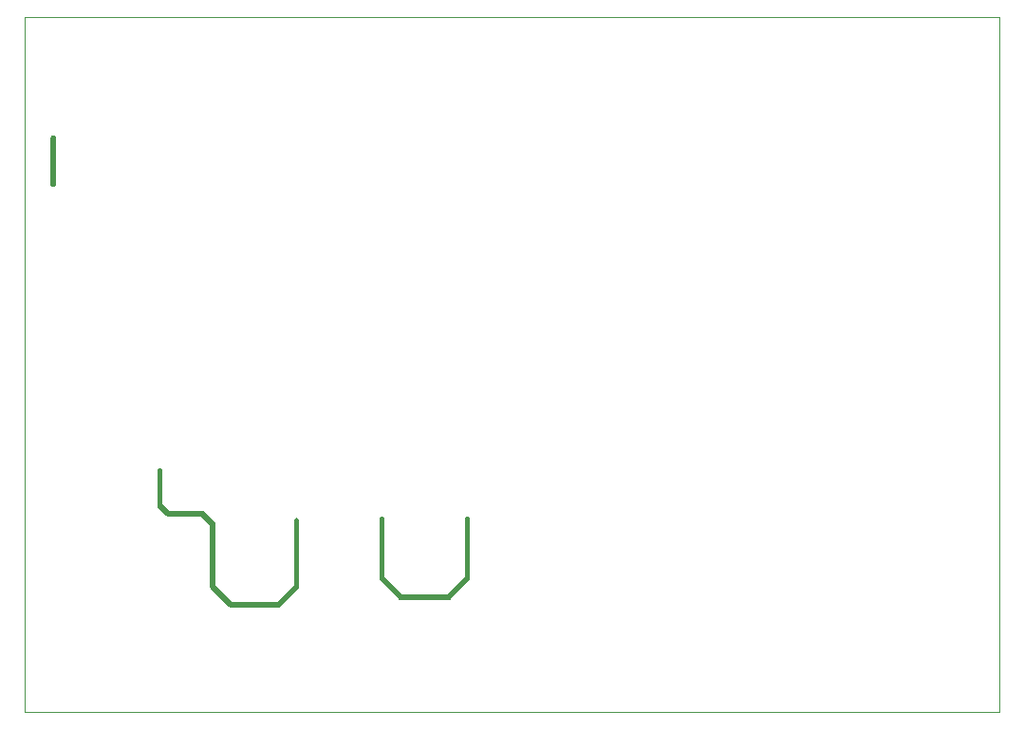
<source format=gbr>
G04*
G04 #@! TF.GenerationSoftware,Altium Limited,Altium Designer,25.0.2 (28)*
G04*
G04 Layer_Color=0*
%FSTAX25Y25*%
%MOIN*%
G70*
G04*
G04 #@! TF.SameCoordinates,1D9F657F-D979-4B8D-A71A-BEDC461EC683*
G04*
G04*
G04 #@! TF.FilePolarity,Positive*
G04*
G01*
G75*
%ADD79C,0.00100*%
G36*
X0009073Y0185531D02*
Y0185335D01*
X0009223Y0184973D01*
X0009501Y0184696D01*
X0009863Y0184546D01*
X0010255D01*
X0010617Y0184696D01*
X0010895Y0184973D01*
X0011045Y0185335D01*
Y0185531D01*
D01*
Y0201532D01*
Y0201728D01*
X0010895Y020209D01*
X0010617Y0202367D01*
X0010255Y0202517D01*
X0009863D01*
X0009501Y0202367D01*
X0009223Y020209D01*
X0009073Y0201728D01*
Y0201532D01*
D01*
Y0185531D01*
D02*
G37*
G36*
X0131335Y0039363D02*
X0131404Y0039288D01*
X013157Y0039169D01*
X0131757Y0039088D01*
X0131957Y0039046D01*
X0132059D01*
D01*
X0149059D01*
X0149161D01*
X0149361Y0039088D01*
X0149548Y0039169D01*
X0149714Y0039288D01*
X0149783Y0039363D01*
Y0039363D01*
X015628Y0046359D01*
X0156343Y0046426D01*
X0156442Y0046584D01*
X015651Y0046756D01*
X0156545Y0046939D01*
Y0047032D01*
D01*
Y0067532D01*
Y0067728D01*
X0156395Y006809D01*
X0156117Y0068367D01*
X0155755Y0068517D01*
X0155363D01*
X0155001Y0068367D01*
X0154723Y006809D01*
X0154573Y0067728D01*
Y0067532D01*
D01*
Y0047419D01*
X0148629Y0041017D01*
X0132489D01*
X0126545Y0047419D01*
Y0067532D01*
Y0067728D01*
X0126395Y006809D01*
X0126117Y0068367D01*
X0125755Y0068517D01*
X0125363D01*
X0125001Y0068367D01*
X0124723Y006809D01*
X0124573Y0067728D01*
Y0067532D01*
D01*
Y0047032D01*
Y0046939D01*
X0124608Y0046756D01*
X0124676Y0046584D01*
X0124775Y0046426D01*
X0124839Y0046359D01*
Y0046359D01*
X0131335Y0039363D01*
D02*
G37*
G36*
X0050559Y0068546D02*
X0062151D01*
X0065073Y0065623D01*
Y0044032D01*
Y0043935D01*
X0065111Y0043744D01*
X0065185Y0043565D01*
X0065293Y0043404D01*
X0065361Y0043335D01*
X0065361D01*
X0071863Y0036834D01*
X0071931Y0036765D01*
X0072093Y0036658D01*
X0072272Y0036584D01*
X0072462Y0036546D01*
X0072559D01*
X0072559D01*
X0089059D01*
X0089156D01*
X0089347Y0036584D01*
X0089526Y0036658D01*
X0089687Y0036766D01*
X0089756Y0036834D01*
X0089756Y0036834D01*
X0096257Y0043335D01*
X0096325Y0043404D01*
X0096433Y0043565D01*
X0096507Y0043744D01*
X0096545Y0043935D01*
X0096545Y0044032D01*
X0096545Y0044032D01*
Y0067032D01*
Y0067228D01*
X0096395Y006759D01*
X0096117Y0067867D01*
X0095755Y0068017D01*
X0095363D01*
X0095001Y0067867D01*
X0094723Y006759D01*
X0094573Y0067228D01*
Y0067032D01*
D01*
Y004444D01*
X0088651Y0038517D01*
X0072967D01*
X0067045Y004444D01*
X0067045Y0066031D01*
Y0066129D01*
X0067007Y0066319D01*
X0066933Y0066498D01*
X0066825Y006666D01*
X0066756Y0066729D01*
X0066756Y0066729D01*
X0063255Y0070229D01*
X0063187Y0070298D01*
X0063025Y0070406D01*
X0062846Y007048D01*
X0062656Y0070517D01*
X0062559Y0070517D01*
X0062559Y0070517D01*
X0050967D01*
X0048545Y007294D01*
Y0084531D01*
Y0084728D01*
X0048395Y008509D01*
X0048117Y0085367D01*
X0047755Y0085517D01*
X0047363D01*
X0047001Y0085367D01*
X0046723Y008509D01*
X0046573Y0084728D01*
Y0084531D01*
D01*
Y0072531D01*
Y0072434D01*
X0046611Y0072244D01*
X0046685Y0072065D01*
X0046793Y0071903D01*
X0046862Y0071834D01*
X0046862D01*
X0049863Y0068834D01*
X0049931Y0068765D01*
X0050093Y0068657D01*
X0050272Y0068583D01*
X0050462Y0068546D01*
X0050559Y0068546D01*
X0050559D01*
D02*
G37*
D79*
X0Y0D02*
Y0244094D01*
X034252D01*
Y0D01*
X0D01*
M02*

</source>
